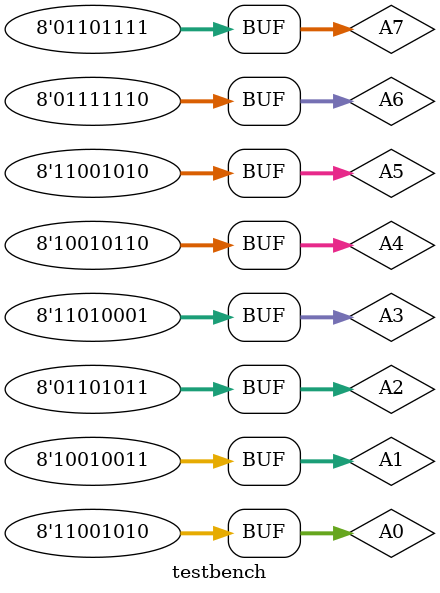
<source format=v>
`timescale 1ns / 1ps


module testbench(

    );
    //reg clk;
   reg [7:0] A0=0;
    reg [7:0] A1=0;
    reg [7:0] A2=0;
    reg [7:0] A3=0;
    reg [7:0] A4=0;
    reg [7:0] A5=0;
    reg [7:0] A6=0;
    reg [7:0] A7=0;
    wire [7:0] register; // chnaged from reg to wire because of error of continous assignment to non net type..when declared as register.
   main m1(A0,A1,A2,A3,A4,A5,A6,A7,register);
   
   
   initial
   begin
  // clk=0;
   A0= 8'h ca;
   A1= 8'h 93;
   A2= 8'h 6b;
   A3= 8'h d1;
   A4= 8'h 96;
   A5= 8'h ca;
   A6= 8'h 7e;
   A7= 8'h 6f;
   #100;
   end
   
   
/*  reg [7:0] x;
   reg  [7:0] y;
   
   wire [2:0] z1;
   
   check tb (x,y,z1);
   
   initial
   begin
   $monitor($time,"x=%b,y=%b,z=%b",x,y,z1);
   #100  x=8'ha6;y=8'hfe;
   #200  x=8'hb6;y=8'hfb;
   #300  x=8'h4b;y=8'hcc;
   
   end */
   
   
    
endmodule

</source>
